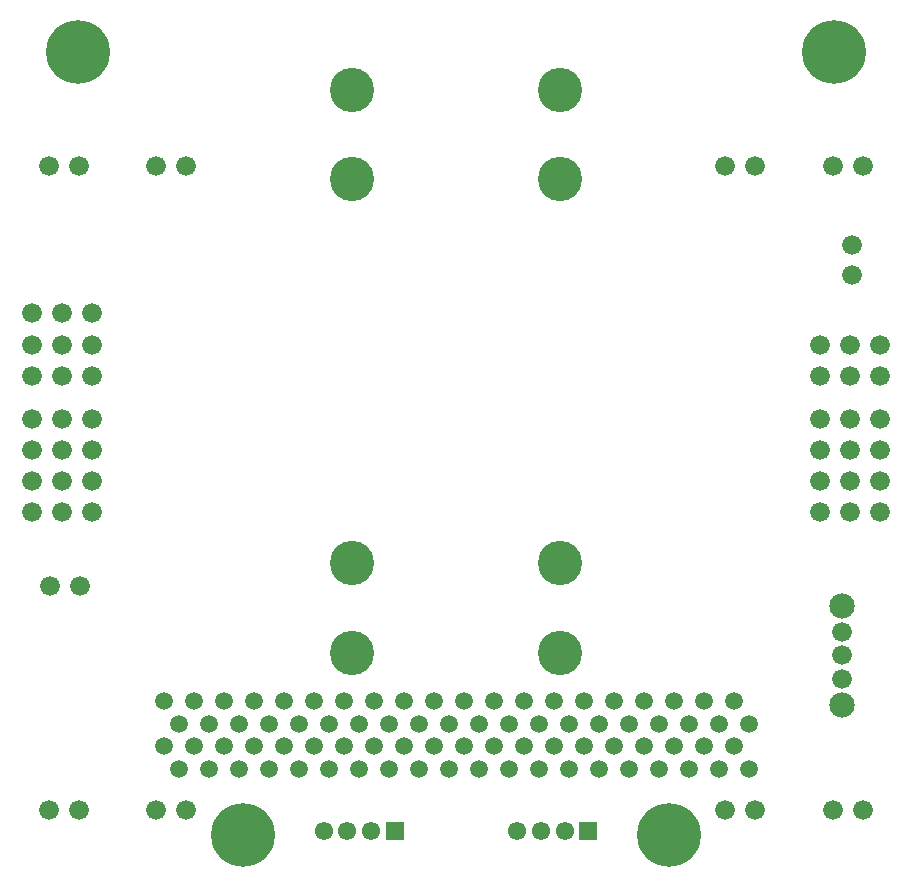
<source format=gbr>
G04 DesignSpark PCB Gerber Version 12.0 Build 5942*
%FSLAX35Y35*%
%MOMM*%
%ADD74O,1.45240X2.15240*%
%ADD75R,1.55240X1.57240*%
%ADD78C,1.50240*%
%ADD76C,1.55240*%
%ADD77C,1.67640*%
%ADD85C,2.15240*%
%ADD84C,3.75240*%
%ADD83C,5.40240*%
X0Y0D02*
D02*
D74*
X3485240Y7930240D03*
X5245240D03*
D02*
D75*
X3845240Y1650240D03*
X5485240D03*
D02*
D76*
X3245240D03*
X3445240D03*
X3645240D03*
X4885240D03*
X5085240D03*
X5285240D03*
D02*
D77*
X772240Y4350240D03*
Y4615240D03*
Y4880240D03*
Y5145240D03*
Y5505240D03*
Y5770240D03*
Y6035240D03*
X915240Y1835240D03*
Y7285240D03*
X926240Y3730240D03*
X1026240Y4350240D03*
Y4615240D03*
Y4880240D03*
Y5145240D03*
Y5505240D03*
Y5770240D03*
Y6035240D03*
X1169240Y1835240D03*
Y7285240D03*
X1180240Y3730240D03*
X1280240Y4350240D03*
Y4615240D03*
Y4880240D03*
Y5145240D03*
Y5505240D03*
Y5770240D03*
Y6035240D03*
X1825240Y1835240D03*
Y7285240D03*
X2079240Y1835240D03*
Y7285240D03*
X6645240Y1835240D03*
Y7285240D03*
X6899240Y1835240D03*
Y7285240D03*
X7450240Y4350240D03*
Y4615240D03*
Y4880240D03*
Y5145240D03*
Y5505240D03*
Y5770240D03*
X7560240Y1835240D03*
Y7285240D03*
X7630240Y2940240D03*
Y3140240D03*
Y3340240D03*
X7704240Y4350240D03*
Y4615240D03*
Y4880240D03*
Y5145240D03*
Y5505240D03*
Y5770240D03*
X7715240Y6360240D03*
Y6614240D03*
X7814240Y1835240D03*
Y7285240D03*
X7958240Y4350240D03*
Y4615240D03*
Y4880240D03*
Y5145240D03*
Y5505240D03*
Y5770240D03*
D02*
D78*
X1892390Y2371740D03*
Y2751740D03*
X2019390Y2181740D03*
Y2561740D03*
X2146390Y2371740D03*
Y2751740D03*
X2273390Y2181740D03*
Y2561740D03*
X2400390Y2371740D03*
Y2751740D03*
X2527390Y2181740D03*
Y2561740D03*
X2654390Y2371740D03*
Y2751740D03*
X2781390Y2181740D03*
Y2561740D03*
X2908390Y2371740D03*
Y2751740D03*
X3035390Y2181740D03*
Y2561740D03*
X3162390Y2371740D03*
Y2751740D03*
X3289390Y2181740D03*
Y2561740D03*
X3416390Y2371740D03*
Y2751740D03*
X3543390Y2181740D03*
Y2561740D03*
X3670390Y2371740D03*
Y2751740D03*
X3797390Y2181740D03*
Y2561740D03*
X3924390Y2371740D03*
Y2751740D03*
X4051390Y2181740D03*
Y2561740D03*
X4178390Y2371740D03*
Y2751740D03*
X4305390Y2181740D03*
Y2561740D03*
X4432390Y2371740D03*
Y2751740D03*
X4559390Y2181740D03*
Y2561740D03*
X4686390Y2371740D03*
Y2751740D03*
X4813390Y2181740D03*
Y2561740D03*
X4940390Y2371740D03*
Y2751740D03*
X5067390Y2181740D03*
Y2561740D03*
X5194390Y2371740D03*
Y2751740D03*
X5321390Y2181740D03*
Y2561740D03*
X5448390Y2371740D03*
Y2751740D03*
X5575390Y2181740D03*
Y2561740D03*
X5702390Y2371740D03*
Y2751740D03*
X5829390Y2181740D03*
Y2561740D03*
X5956390Y2371740D03*
Y2751740D03*
X6083390Y2181740D03*
Y2561740D03*
X6210390Y2371740D03*
Y2751740D03*
X6337390Y2181740D03*
Y2561740D03*
X6464390Y2371740D03*
Y2751740D03*
X6591390Y2181740D03*
Y2561740D03*
X6718390Y2371740D03*
Y2751740D03*
X6845390Y2181740D03*
Y2561740D03*
D02*
D83*
X1165240Y8245240D03*
X2565240Y1620240D03*
X6165240D03*
X7565240Y8245240D03*
D02*
D84*
X3485240Y3160240D03*
Y3920240D03*
Y7170240D03*
Y7930240D03*
X5245240Y3160240D03*
Y3920240D03*
Y7170240D03*
Y7930240D03*
D02*
D85*
X7630240Y2720240D03*
Y3560240D03*
X0Y0D02*
M02*

</source>
